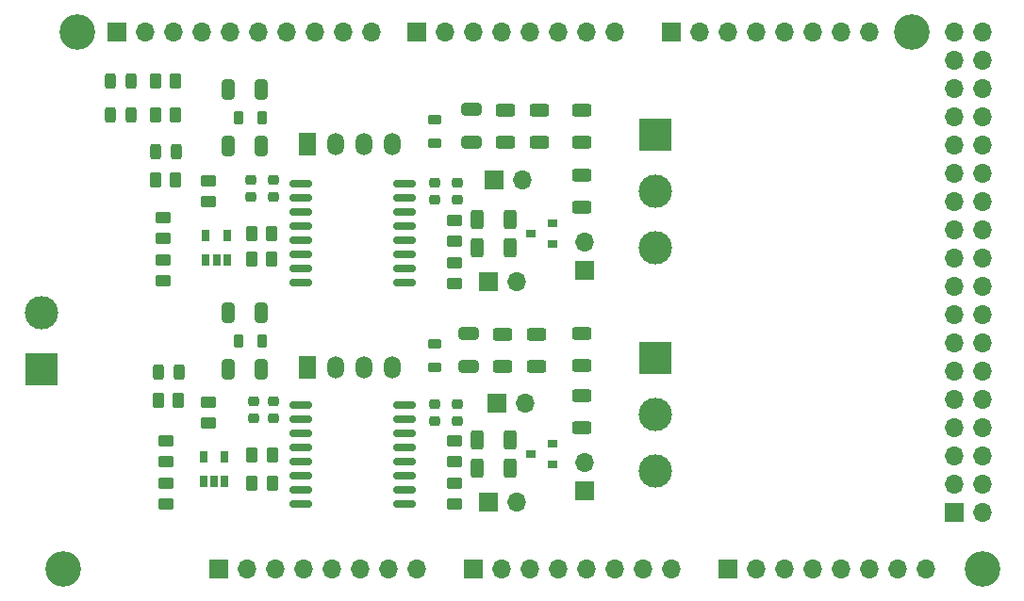
<source format=gts>
%TF.GenerationSoftware,KiCad,Pcbnew,(6.0.9)*%
%TF.CreationDate,2022-11-14T07:28:00+00:00*%
%TF.ProjectId,mega485,6d656761-3438-4352-9e6b-696361645f70,rev?*%
%TF.SameCoordinates,Original*%
%TF.FileFunction,Soldermask,Top*%
%TF.FilePolarity,Negative*%
%FSLAX46Y46*%
G04 Gerber Fmt 4.6, Leading zero omitted, Abs format (unit mm)*
G04 Created by KiCad (PCBNEW (6.0.9)) date 2022-11-14 07:28:00*
%MOMM*%
%LPD*%
G01*
G04 APERTURE LIST*
G04 Aperture macros list*
%AMRoundRect*
0 Rectangle with rounded corners*
0 $1 Rounding radius*
0 $2 $3 $4 $5 $6 $7 $8 $9 X,Y pos of 4 corners*
0 Add a 4 corners polygon primitive as box body*
4,1,4,$2,$3,$4,$5,$6,$7,$8,$9,$2,$3,0*
0 Add four circle primitives for the rounded corners*
1,1,$1+$1,$2,$3*
1,1,$1+$1,$4,$5*
1,1,$1+$1,$6,$7*
1,1,$1+$1,$8,$9*
0 Add four rect primitives between the rounded corners*
20,1,$1+$1,$2,$3,$4,$5,0*
20,1,$1+$1,$4,$5,$6,$7,0*
20,1,$1+$1,$6,$7,$8,$9,0*
20,1,$1+$1,$8,$9,$2,$3,0*%
G04 Aperture macros list end*
%ADD10O,1.700000X1.700000*%
%ADD11R,1.700000X1.700000*%
%ADD12RoundRect,0.250000X0.450000X-0.262500X0.450000X0.262500X-0.450000X0.262500X-0.450000X-0.262500X0*%
%ADD13RoundRect,0.250000X-0.450000X0.262500X-0.450000X-0.262500X0.450000X-0.262500X0.450000X0.262500X0*%
%ADD14RoundRect,0.250000X-0.262500X-0.450000X0.262500X-0.450000X0.262500X0.450000X-0.262500X0.450000X0*%
%ADD15RoundRect,0.243750X-0.243750X-0.456250X0.243750X-0.456250X0.243750X0.456250X-0.243750X0.456250X0*%
%ADD16C,3.000000*%
%ADD17R,3.000000X3.000000*%
%ADD18RoundRect,0.225000X-0.250000X0.225000X-0.250000X-0.225000X0.250000X-0.225000X0.250000X0.225000X0*%
%ADD19RoundRect,0.218750X-0.218750X-0.381250X0.218750X-0.381250X0.218750X0.381250X-0.218750X0.381250X0*%
%ADD20RoundRect,0.250000X0.625000X-0.312500X0.625000X0.312500X-0.625000X0.312500X-0.625000X-0.312500X0*%
%ADD21R,1.500000X2.000000*%
%ADD22O,1.500000X2.000000*%
%ADD23RoundRect,0.250000X0.325000X0.650000X-0.325000X0.650000X-0.325000X-0.650000X0.325000X-0.650000X0*%
%ADD24C,3.200000*%
%ADD25R,0.650000X1.060000*%
%ADD26RoundRect,0.250000X0.650000X-0.325000X0.650000X0.325000X-0.650000X0.325000X-0.650000X-0.325000X0*%
%ADD27RoundRect,0.250000X-0.325000X-0.650000X0.325000X-0.650000X0.325000X0.650000X-0.325000X0.650000X0*%
%ADD28RoundRect,0.250000X0.312500X0.625000X-0.312500X0.625000X-0.312500X-0.625000X0.312500X-0.625000X0*%
%ADD29RoundRect,0.250000X0.262500X0.450000X-0.262500X0.450000X-0.262500X-0.450000X0.262500X-0.450000X0*%
%ADD30RoundRect,0.250000X-0.625000X0.312500X-0.625000X-0.312500X0.625000X-0.312500X0.625000X0.312500X0*%
%ADD31RoundRect,0.218750X0.381250X-0.218750X0.381250X0.218750X-0.381250X0.218750X-0.381250X-0.218750X0*%
%ADD32R,0.900000X0.800000*%
%ADD33RoundRect,0.150000X-0.875000X-0.150000X0.875000X-0.150000X0.875000X0.150000X-0.875000X0.150000X0*%
G04 APERTURE END LIST*
D10*
%TO.C,J15*%
X160782000Y-87889000D03*
D11*
X160782000Y-90429000D03*
%TD*%
D10*
%TO.C,J14*%
X154686000Y-91440000D03*
D11*
X152146000Y-91440000D03*
%TD*%
%TO.C,J13*%
X152903000Y-82550000D03*
D10*
X155443000Y-82550000D03*
%TD*%
D11*
%TO.C,J12*%
X160782000Y-70617000D03*
D10*
X160782000Y-68077000D03*
%TD*%
D11*
%TO.C,J11*%
X152141000Y-71628000D03*
D10*
X154681000Y-71628000D03*
%TD*%
D11*
%TO.C,J10*%
X152654000Y-62484000D03*
D10*
X155194000Y-62484000D03*
%TD*%
D12*
%TO.C,R7*%
X123190000Y-91590500D03*
X123190000Y-89765500D03*
%TD*%
D13*
%TO.C,R6*%
X123190000Y-85955500D03*
X123190000Y-87780500D03*
%TD*%
D12*
%TO.C,R5*%
X122936000Y-71524500D03*
X122936000Y-69699500D03*
%TD*%
D14*
%TO.C,R4*%
X122531500Y-82296000D03*
X124356500Y-82296000D03*
%TD*%
%TO.C,R3*%
X122277500Y-62484000D03*
X124102500Y-62484000D03*
%TD*%
%TO.C,R2*%
X122277500Y-56642000D03*
X124102500Y-56642000D03*
%TD*%
%TO.C,R1*%
X122277500Y-53594000D03*
X124102500Y-53594000D03*
%TD*%
D15*
%TO.C,D4*%
X122506500Y-79756000D03*
X124381500Y-79756000D03*
%TD*%
%TO.C,D3*%
X124127500Y-59944000D03*
X122252500Y-59944000D03*
%TD*%
%TO.C,D2*%
X118188500Y-56642000D03*
X120063500Y-56642000D03*
%TD*%
%TO.C,D1*%
X118188500Y-53594000D03*
X120063500Y-53594000D03*
%TD*%
D16*
%TO.C,J16*%
X112014000Y-74422000D03*
D17*
X112014000Y-79502000D03*
%TD*%
D11*
%TO.C,J7*%
X193980000Y-92380000D03*
D10*
X196520000Y-92380000D03*
X193980000Y-89840000D03*
X196520000Y-89840000D03*
X193980000Y-87300000D03*
X196520000Y-87300000D03*
X193980000Y-84760000D03*
X196520000Y-84760000D03*
X193980000Y-82220000D03*
X196520000Y-82220000D03*
X193980000Y-79680000D03*
X196520000Y-79680000D03*
X193980000Y-77140000D03*
X196520000Y-77140000D03*
X193980000Y-74600000D03*
X196520000Y-74600000D03*
X193980000Y-72060000D03*
X196520000Y-72060000D03*
X193980000Y-69520000D03*
X196520000Y-69520000D03*
X193980000Y-66980000D03*
X196520000Y-66980000D03*
X193980000Y-64440000D03*
X196520000Y-64440000D03*
X193980000Y-61900000D03*
X196520000Y-61900000D03*
X193980000Y-59360000D03*
X196520000Y-59360000D03*
X193980000Y-56820000D03*
X196520000Y-56820000D03*
X193980000Y-54280000D03*
X196520000Y-54280000D03*
X193980000Y-51740000D03*
X196520000Y-51740000D03*
X193980000Y-49200000D03*
X196520000Y-49200000D03*
%TD*%
D11*
%TO.C,J1*%
X127940000Y-97460000D03*
D10*
X130480000Y-97460000D03*
X133020000Y-97460000D03*
X135560000Y-97460000D03*
X138100000Y-97460000D03*
X140640000Y-97460000D03*
X143180000Y-97460000D03*
X145720000Y-97460000D03*
%TD*%
D11*
%TO.C,J3*%
X150800000Y-97460000D03*
D10*
X153340000Y-97460000D03*
X155880000Y-97460000D03*
X158420000Y-97460000D03*
X160960000Y-97460000D03*
X163500000Y-97460000D03*
X166040000Y-97460000D03*
X168580000Y-97460000D03*
%TD*%
D11*
%TO.C,J5*%
X173660000Y-97460000D03*
D10*
X176200000Y-97460000D03*
X178740000Y-97460000D03*
X181280000Y-97460000D03*
X183820000Y-97460000D03*
X186360000Y-97460000D03*
X188900000Y-97460000D03*
X191440000Y-97460000D03*
%TD*%
D11*
%TO.C,J2*%
X118796000Y-49200000D03*
D10*
X121336000Y-49200000D03*
X123876000Y-49200000D03*
X126416000Y-49200000D03*
X128956000Y-49200000D03*
X131496000Y-49200000D03*
X134036000Y-49200000D03*
X136576000Y-49200000D03*
X139116000Y-49200000D03*
X141656000Y-49200000D03*
%TD*%
D11*
%TO.C,J4*%
X145720000Y-49200000D03*
D10*
X148260000Y-49200000D03*
X150800000Y-49200000D03*
X153340000Y-49200000D03*
X155880000Y-49200000D03*
X158420000Y-49200000D03*
X160960000Y-49200000D03*
X163500000Y-49200000D03*
%TD*%
D11*
%TO.C,J6*%
X168580000Y-49200000D03*
D10*
X171120000Y-49200000D03*
X173660000Y-49200000D03*
X176200000Y-49200000D03*
X178740000Y-49200000D03*
X181280000Y-49200000D03*
X183820000Y-49200000D03*
X186360000Y-49200000D03*
%TD*%
D18*
%TO.C,C18*%
X131111500Y-82372500D03*
X131111500Y-83922500D03*
%TD*%
D19*
%TO.C,L3*%
X129747500Y-76962000D03*
X131872500Y-76962000D03*
%TD*%
D20*
%TO.C,R31*%
X160528000Y-79186500D03*
X160528000Y-76261500D03*
%TD*%
D17*
%TO.C,J8*%
X167132000Y-58420000D03*
D16*
X167132000Y-63500000D03*
X167132000Y-68580000D03*
%TD*%
D21*
%TO.C,U10*%
X135937500Y-79337500D03*
D22*
X138477500Y-79337500D03*
X141017500Y-79337500D03*
X143557500Y-79337500D03*
%TD*%
D19*
%TO.C,L2*%
X129747500Y-56896000D03*
X131872500Y-56896000D03*
%TD*%
D23*
%TO.C,C22*%
X131777000Y-74422000D03*
X128827000Y-74422000D03*
%TD*%
D24*
%TO.C,MH6*%
X196520000Y-97460000D03*
%TD*%
D20*
%TO.C,R33*%
X153463500Y-79276000D03*
X153463500Y-76351000D03*
%TD*%
D13*
%TO.C,R18*%
X127047500Y-82489000D03*
X127047500Y-84314000D03*
%TD*%
D12*
%TO.C,R38*%
X149098000Y-91590500D03*
X149098000Y-89765500D03*
%TD*%
D25*
%TO.C,U7*%
X126812000Y-69680000D03*
X127762000Y-69680000D03*
X128712000Y-69680000D03*
X128712000Y-67480000D03*
X126812000Y-67480000D03*
%TD*%
D26*
%TO.C,C25*%
X150622000Y-59133000D03*
X150622000Y-56183000D03*
%TD*%
D12*
%TO.C,R34*%
X149098000Y-67968500D03*
X149098000Y-66143500D03*
%TD*%
D18*
%TO.C,C27*%
X149352000Y-62738000D03*
X149352000Y-64288000D03*
%TD*%
D13*
%TO.C,R24*%
X122936000Y-65889500D03*
X122936000Y-67714500D03*
%TD*%
D20*
%TO.C,R40*%
X156718000Y-59120500D03*
X156718000Y-56195500D03*
%TD*%
D18*
%TO.C,C20*%
X132889500Y-83922500D03*
X132889500Y-82372500D03*
%TD*%
D27*
%TO.C,C15*%
X128827000Y-59436000D03*
X131777000Y-59436000D03*
%TD*%
D28*
%TO.C,R26*%
X154116500Y-66040000D03*
X151191500Y-66040000D03*
%TD*%
D12*
%TO.C,R35*%
X149098000Y-71778500D03*
X149098000Y-69953500D03*
%TD*%
D24*
%TO.C,MH1*%
X115240000Y-49200000D03*
%TD*%
D29*
%TO.C,R20*%
X132786000Y-89751500D03*
X130961000Y-89751500D03*
%TD*%
D18*
%TO.C,C28*%
X149399500Y-82626500D03*
X149399500Y-84176500D03*
%TD*%
%TO.C,C19*%
X132842000Y-64034000D03*
X132842000Y-62484000D03*
%TD*%
D28*
%TO.C,R29*%
X151191500Y-85852000D03*
X154116500Y-85852000D03*
%TD*%
D18*
%TO.C,C16*%
X130810000Y-64021000D03*
X130810000Y-62471000D03*
%TD*%
D30*
%TO.C,R36*%
X160528000Y-62037500D03*
X160528000Y-64962500D03*
%TD*%
D27*
%TO.C,C17*%
X128827000Y-79502000D03*
X131777000Y-79502000D03*
%TD*%
D20*
%TO.C,R32*%
X153670000Y-59120500D03*
X153670000Y-56195500D03*
%TD*%
D26*
%TO.C,C26*%
X150415500Y-79288500D03*
X150415500Y-76338500D03*
%TD*%
D29*
%TO.C,R23*%
X132738500Y-67310000D03*
X130913500Y-67310000D03*
%TD*%
D20*
%TO.C,R41*%
X156511500Y-79276000D03*
X156511500Y-76351000D03*
%TD*%
D31*
%TO.C,L4*%
X147320000Y-57103500D03*
X147320000Y-59228500D03*
%TD*%
D28*
%TO.C,R27*%
X154116500Y-68580000D03*
X151191500Y-68580000D03*
%TD*%
D30*
%TO.C,R39*%
X160528000Y-81849500D03*
X160528000Y-84774500D03*
%TD*%
D32*
%TO.C,D11*%
X157972000Y-68260000D03*
X157972000Y-66360000D03*
X155972000Y-67310000D03*
%TD*%
D31*
%TO.C,L5*%
X147367500Y-79384000D03*
X147367500Y-77259000D03*
%TD*%
D13*
%TO.C,R17*%
X127000000Y-62587500D03*
X127000000Y-64412500D03*
%TD*%
D23*
%TO.C,C21*%
X131777000Y-54356000D03*
X128827000Y-54356000D03*
%TD*%
D25*
%TO.C,U6*%
X126605500Y-89581500D03*
X127555500Y-89581500D03*
X128505500Y-89581500D03*
X128505500Y-87381500D03*
X126605500Y-87381500D03*
%TD*%
D32*
%TO.C,D12*%
X155972000Y-87122000D03*
X157972000Y-86172000D03*
X157972000Y-88072000D03*
%TD*%
D29*
%TO.C,R22*%
X132786000Y-87211500D03*
X130961000Y-87211500D03*
%TD*%
D12*
%TO.C,R37*%
X149098000Y-87780500D03*
X149098000Y-85955500D03*
%TD*%
D20*
%TO.C,R28*%
X160528000Y-59120500D03*
X160528000Y-56195500D03*
%TD*%
D33*
%TO.C,U11*%
X135351500Y-82766500D03*
X135351500Y-84036500D03*
X135351500Y-85306500D03*
X135351500Y-86576500D03*
X135351500Y-87846500D03*
X135351500Y-89116500D03*
X135351500Y-90386500D03*
X135351500Y-91656500D03*
X144651500Y-91656500D03*
X144651500Y-90386500D03*
X144651500Y-89116500D03*
X144651500Y-87846500D03*
X144651500Y-86576500D03*
X144651500Y-85306500D03*
X144651500Y-84036500D03*
X144651500Y-82766500D03*
%TD*%
D21*
%TO.C,U8*%
X135937500Y-59271500D03*
D22*
X138477500Y-59271500D03*
X141017500Y-59271500D03*
X143557500Y-59271500D03*
%TD*%
D24*
%TO.C,MH2*%
X113970000Y-97460000D03*
%TD*%
D17*
%TO.C,J9*%
X167132000Y-78486000D03*
D16*
X167132000Y-83566000D03*
X167132000Y-88646000D03*
%TD*%
D33*
%TO.C,U9*%
X135304000Y-62865000D03*
X135304000Y-64135000D03*
X135304000Y-65405000D03*
X135304000Y-66675000D03*
X135304000Y-67945000D03*
X135304000Y-69215000D03*
X135304000Y-70485000D03*
X135304000Y-71755000D03*
X144604000Y-71755000D03*
X144604000Y-70485000D03*
X144604000Y-69215000D03*
X144604000Y-67945000D03*
X144604000Y-66675000D03*
X144604000Y-65405000D03*
X144604000Y-64135000D03*
X144604000Y-62865000D03*
%TD*%
D29*
%TO.C,R21*%
X132738500Y-69596000D03*
X130913500Y-69596000D03*
%TD*%
D24*
%TO.C,MH5*%
X190170000Y-49200000D03*
%TD*%
D28*
%TO.C,R30*%
X151191500Y-88392000D03*
X154116500Y-88392000D03*
%TD*%
D18*
%TO.C,C23*%
X147320000Y-62725000D03*
X147320000Y-64275000D03*
%TD*%
%TO.C,C24*%
X147367500Y-82626500D03*
X147367500Y-84176500D03*
%TD*%
M02*

</source>
